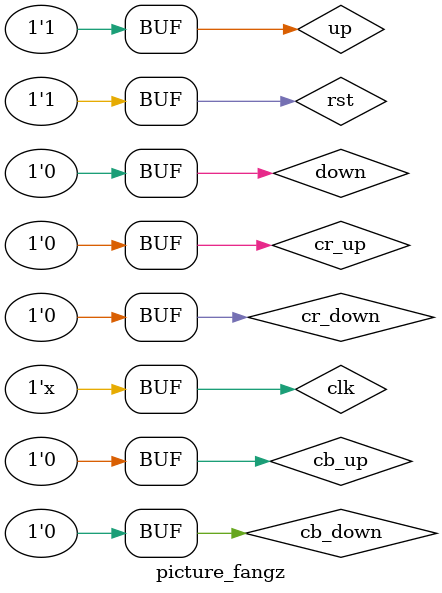
<source format=v>
`timescale 1ns / 1ps


module picture_fangz;

reg clk;
reg rst;
wire [11:0]data;
wire h;
wire v;
wire [6:0]dx;
wire [6:0]dx2;
wire [7:0]wx;
reg up;
reg down;
reg cr_up;
reg cr_down;
reg cb_up;
reg cb_down;
initial begin
   clk=1; 
   up=0;
   down=0;
   cr_up=0;
   cr_down=0;
   cb_up=0;
   cb_down=0;
end  
always #1 clk=~clk;
picture_show  u_picture_show(.clock(clk), 
                             .rst(rst),
                             .disp_RGB(data),
                             .hsync(h),
                             .vsync(v),
                             .wx(wx),
                             .dx(dx),
                             .dx2(dx2),
                             .up(up),
                             .down(down),
                             .cb_up(cb_up),
                             .cb_down(cb_down),
                             .cr_up(cr_up),
                             .cr_down(cr_down)
                             );
initial begin
    rst=1;
    #2;
    rst=0;
    #2;
    rst=1;
    #100000;
    up=1;

    
end
endmodule

</source>
